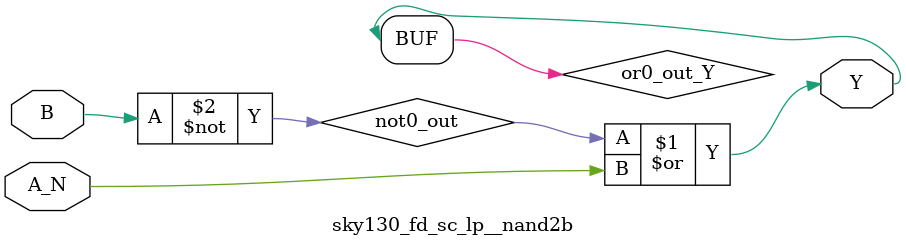
<source format=v>
/*
 * Copyright 2020 The SkyWater PDK Authors
 *
 * Licensed under the Apache License, Version 2.0 (the "License");
 * you may not use this file except in compliance with the License.
 * You may obtain a copy of the License at
 *
 *     https://www.apache.org/licenses/LICENSE-2.0
 *
 * Unless required by applicable law or agreed to in writing, software
 * distributed under the License is distributed on an "AS IS" BASIS,
 * WITHOUT WARRANTIES OR CONDITIONS OF ANY KIND, either express or implied.
 * See the License for the specific language governing permissions and
 * limitations under the License.
 *
 * SPDX-License-Identifier: Apache-2.0
*/


`ifndef SKY130_FD_SC_LP__NAND2B_FUNCTIONAL_V
`define SKY130_FD_SC_LP__NAND2B_FUNCTIONAL_V

/**
 * nand2b: 2-input NAND, first input inverted.
 *
 * Verilog simulation functional model.
 */

`timescale 1ns / 1ps
`default_nettype none

`celldefine
module sky130_fd_sc_lp__nand2b (
    Y  ,
    A_N,
    B
);

    // Module ports
    output Y  ;
    input  A_N;
    input  B  ;

    // Local signals
    wire not0_out ;
    wire or0_out_Y;

    //  Name  Output     Other arguments
    not not0 (not0_out , B              );
    or  or0  (or0_out_Y, not0_out, A_N  );
    buf buf0 (Y        , or0_out_Y      );

endmodule
`endcelldefine

`default_nettype wire
`endif  // SKY130_FD_SC_LP__NAND2B_FUNCTIONAL_V

</source>
